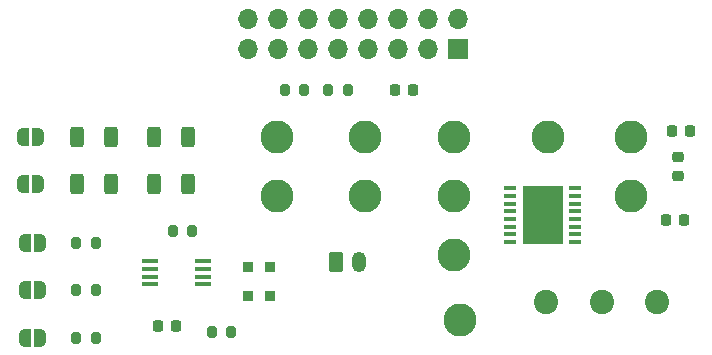
<source format=gbr>
%TF.GenerationSoftware,KiCad,Pcbnew,8.0.1*%
%TF.CreationDate,2024-03-24T16:32:44+02:00*%
%TF.ProjectId,88_Project,38385f50-726f-46a6-9563-742e6b696361,5*%
%TF.SameCoordinates,Original*%
%TF.FileFunction,Soldermask,Top*%
%TF.FilePolarity,Negative*%
%FSLAX46Y46*%
G04 Gerber Fmt 4.6, Leading zero omitted, Abs format (unit mm)*
G04 Created by KiCad (PCBNEW 8.0.1) date 2024-03-24 16:32:44*
%MOMM*%
%LPD*%
G01*
G04 APERTURE LIST*
G04 Aperture macros list*
%AMRoundRect*
0 Rectangle with rounded corners*
0 $1 Rounding radius*
0 $2 $3 $4 $5 $6 $7 $8 $9 X,Y pos of 4 corners*
0 Add a 4 corners polygon primitive as box body*
4,1,4,$2,$3,$4,$5,$6,$7,$8,$9,$2,$3,0*
0 Add four circle primitives for the rounded corners*
1,1,$1+$1,$2,$3*
1,1,$1+$1,$4,$5*
1,1,$1+$1,$6,$7*
1,1,$1+$1,$8,$9*
0 Add four rect primitives between the rounded corners*
20,1,$1+$1,$2,$3,$4,$5,0*
20,1,$1+$1,$4,$5,$6,$7,0*
20,1,$1+$1,$6,$7,$8,$9,0*
20,1,$1+$1,$8,$9,$2,$3,0*%
%AMFreePoly0*
4,1,19,0.500000,-0.750000,0.000000,-0.750000,0.000000,-0.744911,-0.071157,-0.744911,-0.207708,-0.704816,-0.327430,-0.627875,-0.420627,-0.520320,-0.479746,-0.390866,-0.500000,-0.250000,-0.500000,0.250000,-0.479746,0.390866,-0.420627,0.520320,-0.327430,0.627875,-0.207708,0.704816,-0.071157,0.744911,0.000000,0.744911,0.000000,0.750000,0.500000,0.750000,0.500000,-0.750000,0.500000,-0.750000,
$1*%
%AMFreePoly1*
4,1,19,0.000000,0.744911,0.071157,0.744911,0.207708,0.704816,0.327430,0.627875,0.420627,0.520320,0.479746,0.390866,0.500000,0.250000,0.500000,-0.250000,0.479746,-0.390866,0.420627,-0.520320,0.327430,-0.627875,0.207708,-0.704816,0.071157,-0.744911,0.000000,-0.744911,0.000000,-0.750000,-0.500000,-0.750000,-0.500000,0.750000,0.000000,0.750000,0.000000,0.744911,0.000000,0.744911,
$1*%
G04 Aperture macros list end*
%ADD10R,0.854800X0.862800*%
%ADD11R,1.327899X0.431000*%
%ADD12C,2.057400*%
%ADD13C,2.800000*%
%ADD14RoundRect,0.200000X-0.200000X-0.275000X0.200000X-0.275000X0.200000X0.275000X-0.200000X0.275000X0*%
%ADD15RoundRect,0.250000X-0.312500X-0.625000X0.312500X-0.625000X0.312500X0.625000X-0.312500X0.625000X0*%
%ADD16FreePoly0,0.000000*%
%ADD17FreePoly1,0.000000*%
%ADD18RoundRect,0.225000X-0.225000X-0.250000X0.225000X-0.250000X0.225000X0.250000X-0.225000X0.250000X0*%
%ADD19RoundRect,0.225000X0.225000X0.250000X-0.225000X0.250000X-0.225000X-0.250000X0.225000X-0.250000X0*%
%ADD20RoundRect,0.225000X-0.250000X0.225000X-0.250000X-0.225000X0.250000X-0.225000X0.250000X0.225000X0*%
%ADD21RoundRect,0.200000X0.200000X0.275000X-0.200000X0.275000X-0.200000X-0.275000X0.200000X-0.275000X0*%
%ADD22R,1.050000X0.450000*%
%ADD23R,3.400000X5.000000*%
%ADD24RoundRect,0.250000X-0.350000X-0.625000X0.350000X-0.625000X0.350000X0.625000X-0.350000X0.625000X0*%
%ADD25O,1.200000X1.750000*%
%ADD26R,1.700000X1.700000*%
%ADD27O,1.700000X1.700000*%
G04 APERTURE END LIST*
D10*
%TO.C,LED1*%
X56077300Y-126500000D03*
X57922700Y-126500000D03*
%TD*%
%TO.C,LED2*%
X56077300Y-124000000D03*
X57922700Y-124000000D03*
%TD*%
D11*
%TO.C,U1*%
X47786652Y-123525001D03*
X47786652Y-124174999D03*
X47786652Y-124825001D03*
X47786652Y-125474999D03*
X52213348Y-125474999D03*
X52213348Y-124825001D03*
X52213348Y-124174999D03*
X52213348Y-123525001D03*
%TD*%
D12*
%TO.C,SW1*%
X81301000Y-127000000D03*
X86000000Y-127000000D03*
X90699000Y-127000000D03*
%TD*%
D13*
%TO.C,TP7*%
X73500000Y-118000000D03*
%TD*%
D14*
%TO.C,R4*%
X41500000Y-122000000D03*
X43150000Y-122000000D03*
%TD*%
D15*
%TO.C,R3*%
X48075000Y-113000000D03*
X51000000Y-113000000D03*
%TD*%
D14*
%TO.C,R6*%
X53000000Y-129500000D03*
X54650000Y-129500000D03*
%TD*%
D13*
%TO.C,TP6*%
X66000000Y-113000000D03*
%TD*%
D15*
%TO.C,R9*%
X41575000Y-117000000D03*
X44500000Y-117000000D03*
%TD*%
D16*
%TO.C,JP4*%
X37175000Y-126000000D03*
D17*
X38475000Y-126000000D03*
%TD*%
D13*
%TO.C,TP8*%
X73500000Y-123000000D03*
%TD*%
D18*
%TO.C,C1*%
X68500000Y-109000000D03*
X70050000Y-109000000D03*
%TD*%
D19*
%TO.C,C4*%
X93000000Y-120000000D03*
X91450000Y-120000000D03*
%TD*%
D13*
%TO.C,TP4*%
X58500000Y-118000000D03*
%TD*%
D19*
%TO.C,C2*%
X50000000Y-129000000D03*
X48450000Y-129000000D03*
%TD*%
D13*
%TO.C,TP1*%
X66000000Y-118000000D03*
%TD*%
%TO.C,TP3*%
X58500000Y-113000000D03*
%TD*%
%TO.C,TP5*%
X73500000Y-113000000D03*
%TD*%
D20*
%TO.C,C5*%
X92500000Y-114725000D03*
X92500000Y-116275000D03*
%TD*%
D18*
%TO.C,C3*%
X91950000Y-112500000D03*
X93500000Y-112500000D03*
%TD*%
D13*
%TO.C,TP11*%
X88500000Y-118000000D03*
%TD*%
D16*
%TO.C,JP3*%
X37175000Y-122000000D03*
D17*
X38475000Y-122000000D03*
%TD*%
D13*
%TO.C,TP10*%
X81500000Y-113000000D03*
%TD*%
%TO.C,TP12*%
X74000000Y-128500000D03*
%TD*%
%TO.C,TP9*%
X88500000Y-113000000D03*
%TD*%
D14*
%TO.C,R2*%
X62850000Y-109000000D03*
X64500000Y-109000000D03*
%TD*%
%TO.C,R10*%
X41500000Y-126000000D03*
X43150000Y-126000000D03*
%TD*%
%TO.C,R7*%
X49675000Y-121000000D03*
X51325000Y-121000000D03*
%TD*%
%TO.C,R11*%
X41500000Y-130000000D03*
X43150000Y-130000000D03*
%TD*%
D16*
%TO.C,JP1*%
X37000000Y-113000000D03*
D17*
X38300000Y-113000000D03*
%TD*%
D16*
%TO.C,JP5*%
X37175000Y-130000000D03*
D17*
X38475000Y-130000000D03*
%TD*%
D21*
%TO.C,R1*%
X60825000Y-109000000D03*
X59175000Y-109000000D03*
%TD*%
D22*
%TO.C,U2*%
X78225000Y-117350000D03*
X78225000Y-118000000D03*
X78225000Y-118650000D03*
X78225000Y-119300000D03*
X78225000Y-119950000D03*
X78225000Y-120600000D03*
X78225000Y-121250000D03*
X78225000Y-121900000D03*
X83775000Y-121900000D03*
X83775000Y-121250000D03*
X83775000Y-120600000D03*
X83775000Y-119950000D03*
X83775000Y-119300000D03*
X83775000Y-118650000D03*
X83775000Y-118000000D03*
X83775000Y-117350000D03*
D23*
X81000000Y-119625000D03*
%TD*%
D15*
%TO.C,R8*%
X41575000Y-113000000D03*
X44500000Y-113000000D03*
%TD*%
%TO.C,R5*%
X48075000Y-117000000D03*
X51000000Y-117000000D03*
%TD*%
D24*
%TO.C,J2*%
X63500000Y-123550000D03*
D25*
X65500000Y-123550000D03*
%TD*%
D16*
%TO.C,JP2*%
X37000000Y-117000000D03*
D17*
X38300000Y-117000000D03*
%TD*%
D26*
%TO.C,J1*%
X73875000Y-105540000D03*
D27*
X73875000Y-103000000D03*
X71335000Y-105540000D03*
X71335000Y-103000000D03*
X68795000Y-105540000D03*
X68795000Y-103000000D03*
X66255000Y-105540000D03*
X66255000Y-103000000D03*
X63715000Y-105540000D03*
X63715000Y-103000000D03*
X61175000Y-105540000D03*
X61175000Y-103000000D03*
X58635000Y-105540000D03*
X58635000Y-103000000D03*
X56095000Y-105540000D03*
X56095000Y-103000000D03*
%TD*%
M02*

</source>
